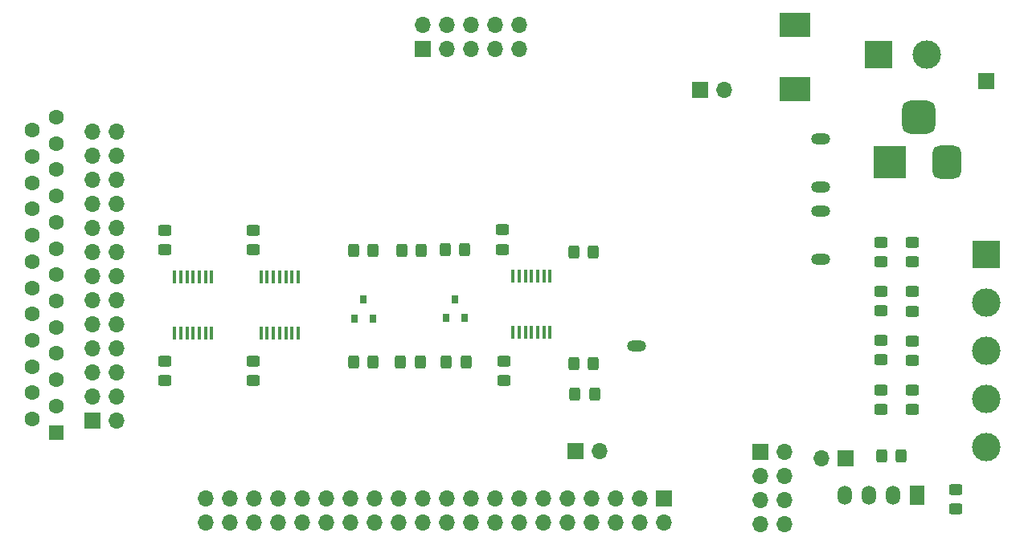
<source format=gbr>
G04 #@! TF.GenerationSoftware,KiCad,Pcbnew,(6.0.4-0)*
G04 #@! TF.CreationDate,2022-04-08T08:31:38+02:00*
G04 #@! TF.ProjectId,FluCom2,466c7543-6f6d-4322-9e6b-696361645f70,2.3*
G04 #@! TF.SameCoordinates,Original*
G04 #@! TF.FileFunction,Soldermask,Top*
G04 #@! TF.FilePolarity,Negative*
%FSLAX46Y46*%
G04 Gerber Fmt 4.6, Leading zero omitted, Abs format (unit mm)*
G04 Created by KiCad (PCBNEW (6.0.4-0)) date 2022-04-08 08:31:38*
%MOMM*%
%LPD*%
G01*
G04 APERTURE LIST*
G04 Aperture macros list*
%AMRoundRect*
0 Rectangle with rounded corners*
0 $1 Rounding radius*
0 $2 $3 $4 $5 $6 $7 $8 $9 X,Y pos of 4 corners*
0 Add a 4 corners polygon primitive as box body*
4,1,4,$2,$3,$4,$5,$6,$7,$8,$9,$2,$3,0*
0 Add four circle primitives for the rounded corners*
1,1,$1+$1,$2,$3*
1,1,$1+$1,$4,$5*
1,1,$1+$1,$6,$7*
1,1,$1+$1,$8,$9*
0 Add four rect primitives between the rounded corners*
20,1,$1+$1,$2,$3,$4,$5,0*
20,1,$1+$1,$4,$5,$6,$7,0*
20,1,$1+$1,$6,$7,$8,$9,0*
20,1,$1+$1,$8,$9,$2,$3,0*%
G04 Aperture macros list end*
%ADD10RoundRect,0.250000X-0.450000X0.325000X-0.450000X-0.325000X0.450000X-0.325000X0.450000X0.325000X0*%
%ADD11RoundRect,0.250000X0.450000X-0.325000X0.450000X0.325000X-0.450000X0.325000X-0.450000X-0.325000X0*%
%ADD12R,3.300000X2.500000*%
%ADD13R,1.700000X1.700000*%
%ADD14O,1.700000X1.700000*%
%ADD15R,3.500000X3.500000*%
%ADD16RoundRect,0.750000X0.750000X1.000000X-0.750000X1.000000X-0.750000X-1.000000X0.750000X-1.000000X0*%
%ADD17RoundRect,0.875000X0.875000X0.875000X-0.875000X0.875000X-0.875000X-0.875000X0.875000X-0.875000X0*%
%ADD18R,3.000000X3.000000*%
%ADD19C,3.000000*%
%ADD20R,0.800000X0.900000*%
%ADD21RoundRect,0.250000X0.325000X0.450000X-0.325000X0.450000X-0.325000X-0.450000X0.325000X-0.450000X0*%
%ADD22R,0.450000X1.450000*%
%ADD23R,1.500000X2.000000*%
%ADD24O,1.500000X2.000000*%
%ADD25RoundRect,0.250000X-0.325000X-0.450000X0.325000X-0.450000X0.325000X0.450000X-0.325000X0.450000X0*%
%ADD26R,1.600000X1.600000*%
%ADD27C,1.600000*%
%ADD28O,2.000000X1.200000*%
G04 APERTURE END LIST*
D10*
X80400000Y-121075000D03*
X80400000Y-123125000D03*
X89700000Y-121075000D03*
X89700000Y-123125000D03*
D11*
X89700000Y-109300000D03*
X89700000Y-107250000D03*
D10*
X163703000Y-134611000D03*
X163703000Y-136661000D03*
D11*
X155875000Y-115735000D03*
X155875000Y-113685000D03*
D10*
X155875000Y-124100000D03*
X155875000Y-126150000D03*
D11*
X155875000Y-120920000D03*
X155875000Y-118870000D03*
X155875000Y-110550000D03*
X155875000Y-108500000D03*
D12*
X146750000Y-92350000D03*
X146750000Y-85550000D03*
D13*
X133000000Y-135500000D03*
D14*
X133000000Y-138040000D03*
X130460000Y-135500000D03*
X130460000Y-138040000D03*
X127920000Y-135500000D03*
X127920000Y-138040000D03*
X125380000Y-135500000D03*
X125380000Y-138040000D03*
X122840000Y-135500000D03*
X122840000Y-138040000D03*
X120300000Y-135500000D03*
X120300000Y-138040000D03*
X117760000Y-135500000D03*
X117760000Y-138040000D03*
X115220000Y-135500000D03*
X115220000Y-138040000D03*
X112680000Y-135500000D03*
X112680000Y-138040000D03*
X110140000Y-135500000D03*
X110140000Y-138040000D03*
X107600000Y-135500000D03*
X107600000Y-138040000D03*
X105060000Y-135500000D03*
X105060000Y-138040000D03*
X102520000Y-135500000D03*
X102520000Y-138040000D03*
X99980000Y-135500000D03*
X99980000Y-138040000D03*
X97440000Y-135500000D03*
X97440000Y-138040000D03*
X94900000Y-135500000D03*
X94900000Y-138040000D03*
X92360000Y-135500000D03*
X92360000Y-138040000D03*
X89820000Y-135500000D03*
X89820000Y-138040000D03*
X87280000Y-135500000D03*
X87280000Y-138040000D03*
X84740000Y-135500000D03*
X84740000Y-138040000D03*
D13*
X72785000Y-127325000D03*
D14*
X72785000Y-124785000D03*
X72785000Y-122245000D03*
X72785000Y-119705000D03*
X72785000Y-117165000D03*
X72785000Y-114625000D03*
X72785000Y-112085000D03*
X72785000Y-109545000D03*
X72785000Y-107005000D03*
X72785000Y-104465000D03*
X72785000Y-101925000D03*
X72785000Y-99385000D03*
X72785000Y-96845000D03*
X75325000Y-127325000D03*
X75325000Y-124785000D03*
X75325000Y-122245000D03*
X75325000Y-119705000D03*
X75325000Y-117165000D03*
X75325000Y-114625000D03*
X75325000Y-112085000D03*
X75325000Y-109545000D03*
X75325000Y-107005000D03*
X75325000Y-104465000D03*
X75325000Y-101925000D03*
X75325000Y-99385000D03*
X75325000Y-96845000D03*
D15*
X156814000Y-100050000D03*
D16*
X162814000Y-100050000D03*
D17*
X159814000Y-95350000D03*
D18*
X166900000Y-109825000D03*
D19*
X166900000Y-114905000D03*
X166900000Y-119985000D03*
X166900000Y-125065000D03*
X166900000Y-130145000D03*
D18*
X155560000Y-88700000D03*
D19*
X160640000Y-88700000D03*
D13*
X152146000Y-131300000D03*
D14*
X149606000Y-131300000D03*
D20*
X110050000Y-116500000D03*
X111950000Y-116500000D03*
X111000000Y-114500000D03*
D11*
X159175000Y-115766666D03*
X159175000Y-113716666D03*
X159175000Y-120958332D03*
X159175000Y-118908332D03*
X159175000Y-110575000D03*
X159175000Y-108525000D03*
D21*
X112125000Y-121100000D03*
X110075000Y-121100000D03*
X107300000Y-121150000D03*
X105250000Y-121150000D03*
D13*
X166925000Y-91525000D03*
D22*
X81450000Y-118050000D03*
X82100000Y-118050000D03*
X82750000Y-118050000D03*
X83400000Y-118050000D03*
X84050000Y-118050000D03*
X84700000Y-118050000D03*
X85350000Y-118050000D03*
X85350000Y-112150000D03*
X84700000Y-112150000D03*
X84050000Y-112150000D03*
X83400000Y-112150000D03*
X82750000Y-112150000D03*
X82100000Y-112150000D03*
X81450000Y-112150000D03*
X90550000Y-118050000D03*
X91200000Y-118050000D03*
X91850000Y-118050000D03*
X92500000Y-118050000D03*
X93150000Y-118050000D03*
X93800000Y-118050000D03*
X94450000Y-118050000D03*
X94450000Y-112150000D03*
X93800000Y-112150000D03*
X93150000Y-112150000D03*
X92500000Y-112150000D03*
X91850000Y-112150000D03*
X91200000Y-112150000D03*
X90550000Y-112150000D03*
D23*
X159650000Y-135225000D03*
D24*
X157110000Y-135225000D03*
X154570000Y-135225000D03*
X152030000Y-135225000D03*
D21*
X102377000Y-121150000D03*
X100327000Y-121150000D03*
X102377000Y-109350000D03*
X100327000Y-109350000D03*
D20*
X100402000Y-116550000D03*
X102302000Y-116550000D03*
X101352000Y-114550000D03*
D25*
X109950000Y-109300000D03*
X112000000Y-109300000D03*
X123625001Y-124550001D03*
X125675001Y-124550001D03*
D11*
X80400000Y-109300000D03*
X80400000Y-107250000D03*
D10*
X116127000Y-121022000D03*
X116127000Y-123072000D03*
D11*
X116000000Y-109247000D03*
X116000000Y-107197000D03*
D22*
X117098000Y-117997000D03*
X117748000Y-117997000D03*
X118398000Y-117997000D03*
X119048000Y-117997000D03*
X119698000Y-117997000D03*
X120348000Y-117997000D03*
X120998000Y-117997000D03*
X120998000Y-112097000D03*
X120348000Y-112097000D03*
X119698000Y-112097000D03*
X119048000Y-112097000D03*
X118398000Y-112097000D03*
X117748000Y-112097000D03*
X117098000Y-112097000D03*
D25*
X155950000Y-131000000D03*
X158000000Y-131000000D03*
D11*
X159175000Y-126150000D03*
X159175000Y-124100000D03*
D26*
X68961000Y-128550000D03*
D27*
X68961000Y-125780000D03*
X68961000Y-123010000D03*
X68961000Y-120240000D03*
X68961000Y-117470000D03*
X68961000Y-114700000D03*
X68961000Y-111930000D03*
X68961000Y-109160000D03*
X68961000Y-106390000D03*
X68961000Y-103620000D03*
X68961000Y-100850000D03*
X68961000Y-98080000D03*
X68961000Y-95310000D03*
X66421000Y-127165000D03*
X66421000Y-124395000D03*
X66421000Y-121625000D03*
X66421000Y-118855000D03*
X66421000Y-116085000D03*
X66421000Y-113315000D03*
X66421000Y-110545000D03*
X66421000Y-107775000D03*
X66421000Y-105005000D03*
X66421000Y-102235000D03*
X66421000Y-99465000D03*
X66421000Y-96695000D03*
D13*
X123710000Y-130500000D03*
D14*
X126250000Y-130500000D03*
D21*
X125525000Y-109500000D03*
X123475000Y-109500000D03*
D25*
X105350000Y-109350000D03*
X107400000Y-109350000D03*
X123475000Y-121300000D03*
X125525000Y-121300000D03*
D13*
X143150000Y-130600000D03*
D14*
X145690000Y-130600000D03*
X143150000Y-133140000D03*
X145690000Y-133140000D03*
X143150000Y-135680000D03*
X145690000Y-135680000D03*
X143150000Y-138220000D03*
X145690000Y-138220000D03*
D28*
X149500000Y-97590000D03*
X149500000Y-102670000D03*
X149500000Y-105210000D03*
X149500000Y-110290000D03*
X130094000Y-119434000D03*
D13*
X136825000Y-92450000D03*
D14*
X139365000Y-92450000D03*
D13*
X107574000Y-88143000D03*
D14*
X107574000Y-85603000D03*
X110114000Y-88143000D03*
X110114000Y-85603000D03*
X112654000Y-88143000D03*
X112654000Y-85603000D03*
X115194000Y-88143000D03*
X115194000Y-85603000D03*
X117734000Y-88143000D03*
X117734000Y-85603000D03*
M02*

</source>
